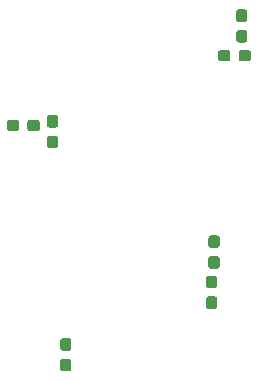
<source format=gbr>
G04 #@! TF.GenerationSoftware,KiCad,Pcbnew,(5.1.2-1)-1*
G04 #@! TF.CreationDate,2022-08-10T15:30:44-04:00*
G04 #@! TF.ProjectId,BassDrum_TR909,42617373-4472-4756-9d5f-54523930392e,rev?*
G04 #@! TF.SameCoordinates,Original*
G04 #@! TF.FileFunction,Paste,Bot*
G04 #@! TF.FilePolarity,Positive*
%FSLAX46Y46*%
G04 Gerber Fmt 4.6, Leading zero omitted, Abs format (unit mm)*
G04 Created by KiCad (PCBNEW (5.1.2-1)-1) date 2022-08-10 15:30:44*
%MOMM*%
%LPD*%
G04 APERTURE LIST*
%ADD10C,0.100000*%
%ADD11C,0.950000*%
G04 APERTURE END LIST*
D10*
G36*
X39990779Y-53271144D02*
G01*
X40013834Y-53274563D01*
X40036443Y-53280227D01*
X40058387Y-53288079D01*
X40079457Y-53298044D01*
X40099448Y-53310026D01*
X40118168Y-53323910D01*
X40135438Y-53339562D01*
X40151090Y-53356832D01*
X40164974Y-53375552D01*
X40176956Y-53395543D01*
X40186921Y-53416613D01*
X40194773Y-53438557D01*
X40200437Y-53461166D01*
X40203856Y-53484221D01*
X40205000Y-53507500D01*
X40205000Y-54082500D01*
X40203856Y-54105779D01*
X40200437Y-54128834D01*
X40194773Y-54151443D01*
X40186921Y-54173387D01*
X40176956Y-54194457D01*
X40164974Y-54214448D01*
X40151090Y-54233168D01*
X40135438Y-54250438D01*
X40118168Y-54266090D01*
X40099448Y-54279974D01*
X40079457Y-54291956D01*
X40058387Y-54301921D01*
X40036443Y-54309773D01*
X40013834Y-54315437D01*
X39990779Y-54318856D01*
X39967500Y-54320000D01*
X39492500Y-54320000D01*
X39469221Y-54318856D01*
X39446166Y-54315437D01*
X39423557Y-54309773D01*
X39401613Y-54301921D01*
X39380543Y-54291956D01*
X39360552Y-54279974D01*
X39341832Y-54266090D01*
X39324562Y-54250438D01*
X39308910Y-54233168D01*
X39295026Y-54214448D01*
X39283044Y-54194457D01*
X39273079Y-54173387D01*
X39265227Y-54151443D01*
X39259563Y-54128834D01*
X39256144Y-54105779D01*
X39255000Y-54082500D01*
X39255000Y-53507500D01*
X39256144Y-53484221D01*
X39259563Y-53461166D01*
X39265227Y-53438557D01*
X39273079Y-53416613D01*
X39283044Y-53395543D01*
X39295026Y-53375552D01*
X39308910Y-53356832D01*
X39324562Y-53339562D01*
X39341832Y-53323910D01*
X39360552Y-53310026D01*
X39380543Y-53298044D01*
X39401613Y-53288079D01*
X39423557Y-53280227D01*
X39446166Y-53274563D01*
X39469221Y-53271144D01*
X39492500Y-53270000D01*
X39967500Y-53270000D01*
X39990779Y-53271144D01*
X39990779Y-53271144D01*
G37*
D11*
X39730000Y-53795000D03*
D10*
G36*
X39990779Y-55021144D02*
G01*
X40013834Y-55024563D01*
X40036443Y-55030227D01*
X40058387Y-55038079D01*
X40079457Y-55048044D01*
X40099448Y-55060026D01*
X40118168Y-55073910D01*
X40135438Y-55089562D01*
X40151090Y-55106832D01*
X40164974Y-55125552D01*
X40176956Y-55145543D01*
X40186921Y-55166613D01*
X40194773Y-55188557D01*
X40200437Y-55211166D01*
X40203856Y-55234221D01*
X40205000Y-55257500D01*
X40205000Y-55832500D01*
X40203856Y-55855779D01*
X40200437Y-55878834D01*
X40194773Y-55901443D01*
X40186921Y-55923387D01*
X40176956Y-55944457D01*
X40164974Y-55964448D01*
X40151090Y-55983168D01*
X40135438Y-56000438D01*
X40118168Y-56016090D01*
X40099448Y-56029974D01*
X40079457Y-56041956D01*
X40058387Y-56051921D01*
X40036443Y-56059773D01*
X40013834Y-56065437D01*
X39990779Y-56068856D01*
X39967500Y-56070000D01*
X39492500Y-56070000D01*
X39469221Y-56068856D01*
X39446166Y-56065437D01*
X39423557Y-56059773D01*
X39401613Y-56051921D01*
X39380543Y-56041956D01*
X39360552Y-56029974D01*
X39341832Y-56016090D01*
X39324562Y-56000438D01*
X39308910Y-55983168D01*
X39295026Y-55964448D01*
X39283044Y-55944457D01*
X39273079Y-55923387D01*
X39265227Y-55901443D01*
X39259563Y-55878834D01*
X39256144Y-55855779D01*
X39255000Y-55832500D01*
X39255000Y-55257500D01*
X39256144Y-55234221D01*
X39259563Y-55211166D01*
X39265227Y-55188557D01*
X39273079Y-55166613D01*
X39283044Y-55145543D01*
X39295026Y-55125552D01*
X39308910Y-55106832D01*
X39324562Y-55089562D01*
X39341832Y-55073910D01*
X39360552Y-55060026D01*
X39380543Y-55048044D01*
X39401613Y-55038079D01*
X39423557Y-55030227D01*
X39446166Y-55024563D01*
X39469221Y-55021144D01*
X39492500Y-55020000D01*
X39967500Y-55020000D01*
X39990779Y-55021144D01*
X39990779Y-55021144D01*
G37*
D11*
X39730000Y-55545000D03*
D10*
G36*
X24765779Y-43476144D02*
G01*
X24788834Y-43479563D01*
X24811443Y-43485227D01*
X24833387Y-43493079D01*
X24854457Y-43503044D01*
X24874448Y-43515026D01*
X24893168Y-43528910D01*
X24910438Y-43544562D01*
X24926090Y-43561832D01*
X24939974Y-43580552D01*
X24951956Y-43600543D01*
X24961921Y-43621613D01*
X24969773Y-43643557D01*
X24975437Y-43666166D01*
X24978856Y-43689221D01*
X24980000Y-43712500D01*
X24980000Y-44187500D01*
X24978856Y-44210779D01*
X24975437Y-44233834D01*
X24969773Y-44256443D01*
X24961921Y-44278387D01*
X24951956Y-44299457D01*
X24939974Y-44319448D01*
X24926090Y-44338168D01*
X24910438Y-44355438D01*
X24893168Y-44371090D01*
X24874448Y-44384974D01*
X24854457Y-44396956D01*
X24833387Y-44406921D01*
X24811443Y-44414773D01*
X24788834Y-44420437D01*
X24765779Y-44423856D01*
X24742500Y-44425000D01*
X24167500Y-44425000D01*
X24144221Y-44423856D01*
X24121166Y-44420437D01*
X24098557Y-44414773D01*
X24076613Y-44406921D01*
X24055543Y-44396956D01*
X24035552Y-44384974D01*
X24016832Y-44371090D01*
X23999562Y-44355438D01*
X23983910Y-44338168D01*
X23970026Y-44319448D01*
X23958044Y-44299457D01*
X23948079Y-44278387D01*
X23940227Y-44256443D01*
X23934563Y-44233834D01*
X23931144Y-44210779D01*
X23930000Y-44187500D01*
X23930000Y-43712500D01*
X23931144Y-43689221D01*
X23934563Y-43666166D01*
X23940227Y-43643557D01*
X23948079Y-43621613D01*
X23958044Y-43600543D01*
X23970026Y-43580552D01*
X23983910Y-43561832D01*
X23999562Y-43544562D01*
X24016832Y-43528910D01*
X24035552Y-43515026D01*
X24055543Y-43503044D01*
X24076613Y-43493079D01*
X24098557Y-43485227D01*
X24121166Y-43479563D01*
X24144221Y-43476144D01*
X24167500Y-43475000D01*
X24742500Y-43475000D01*
X24765779Y-43476144D01*
X24765779Y-43476144D01*
G37*
D11*
X24455000Y-43950000D03*
D10*
G36*
X23015779Y-43476144D02*
G01*
X23038834Y-43479563D01*
X23061443Y-43485227D01*
X23083387Y-43493079D01*
X23104457Y-43503044D01*
X23124448Y-43515026D01*
X23143168Y-43528910D01*
X23160438Y-43544562D01*
X23176090Y-43561832D01*
X23189974Y-43580552D01*
X23201956Y-43600543D01*
X23211921Y-43621613D01*
X23219773Y-43643557D01*
X23225437Y-43666166D01*
X23228856Y-43689221D01*
X23230000Y-43712500D01*
X23230000Y-44187500D01*
X23228856Y-44210779D01*
X23225437Y-44233834D01*
X23219773Y-44256443D01*
X23211921Y-44278387D01*
X23201956Y-44299457D01*
X23189974Y-44319448D01*
X23176090Y-44338168D01*
X23160438Y-44355438D01*
X23143168Y-44371090D01*
X23124448Y-44384974D01*
X23104457Y-44396956D01*
X23083387Y-44406921D01*
X23061443Y-44414773D01*
X23038834Y-44420437D01*
X23015779Y-44423856D01*
X22992500Y-44425000D01*
X22417500Y-44425000D01*
X22394221Y-44423856D01*
X22371166Y-44420437D01*
X22348557Y-44414773D01*
X22326613Y-44406921D01*
X22305543Y-44396956D01*
X22285552Y-44384974D01*
X22266832Y-44371090D01*
X22249562Y-44355438D01*
X22233910Y-44338168D01*
X22220026Y-44319448D01*
X22208044Y-44299457D01*
X22198079Y-44278387D01*
X22190227Y-44256443D01*
X22184563Y-44233834D01*
X22181144Y-44210779D01*
X22180000Y-44187500D01*
X22180000Y-43712500D01*
X22181144Y-43689221D01*
X22184563Y-43666166D01*
X22190227Y-43643557D01*
X22198079Y-43621613D01*
X22208044Y-43600543D01*
X22220026Y-43580552D01*
X22233910Y-43561832D01*
X22249562Y-43544562D01*
X22266832Y-43528910D01*
X22285552Y-43515026D01*
X22305543Y-43503044D01*
X22326613Y-43493079D01*
X22348557Y-43485227D01*
X22371166Y-43479563D01*
X22394221Y-43476144D01*
X22417500Y-43475000D01*
X22992500Y-43475000D01*
X23015779Y-43476144D01*
X23015779Y-43476144D01*
G37*
D11*
X22705000Y-43950000D03*
D10*
G36*
X27430779Y-63721144D02*
G01*
X27453834Y-63724563D01*
X27476443Y-63730227D01*
X27498387Y-63738079D01*
X27519457Y-63748044D01*
X27539448Y-63760026D01*
X27558168Y-63773910D01*
X27575438Y-63789562D01*
X27591090Y-63806832D01*
X27604974Y-63825552D01*
X27616956Y-63845543D01*
X27626921Y-63866613D01*
X27634773Y-63888557D01*
X27640437Y-63911166D01*
X27643856Y-63934221D01*
X27645000Y-63957500D01*
X27645000Y-64532500D01*
X27643856Y-64555779D01*
X27640437Y-64578834D01*
X27634773Y-64601443D01*
X27626921Y-64623387D01*
X27616956Y-64644457D01*
X27604974Y-64664448D01*
X27591090Y-64683168D01*
X27575438Y-64700438D01*
X27558168Y-64716090D01*
X27539448Y-64729974D01*
X27519457Y-64741956D01*
X27498387Y-64751921D01*
X27476443Y-64759773D01*
X27453834Y-64765437D01*
X27430779Y-64768856D01*
X27407500Y-64770000D01*
X26932500Y-64770000D01*
X26909221Y-64768856D01*
X26886166Y-64765437D01*
X26863557Y-64759773D01*
X26841613Y-64751921D01*
X26820543Y-64741956D01*
X26800552Y-64729974D01*
X26781832Y-64716090D01*
X26764562Y-64700438D01*
X26748910Y-64683168D01*
X26735026Y-64664448D01*
X26723044Y-64644457D01*
X26713079Y-64623387D01*
X26705227Y-64601443D01*
X26699563Y-64578834D01*
X26696144Y-64555779D01*
X26695000Y-64532500D01*
X26695000Y-63957500D01*
X26696144Y-63934221D01*
X26699563Y-63911166D01*
X26705227Y-63888557D01*
X26713079Y-63866613D01*
X26723044Y-63845543D01*
X26735026Y-63825552D01*
X26748910Y-63806832D01*
X26764562Y-63789562D01*
X26781832Y-63773910D01*
X26800552Y-63760026D01*
X26820543Y-63748044D01*
X26841613Y-63738079D01*
X26863557Y-63730227D01*
X26886166Y-63724563D01*
X26909221Y-63721144D01*
X26932500Y-63720000D01*
X27407500Y-63720000D01*
X27430779Y-63721144D01*
X27430779Y-63721144D01*
G37*
D11*
X27170000Y-64245000D03*
D10*
G36*
X27430779Y-61971144D02*
G01*
X27453834Y-61974563D01*
X27476443Y-61980227D01*
X27498387Y-61988079D01*
X27519457Y-61998044D01*
X27539448Y-62010026D01*
X27558168Y-62023910D01*
X27575438Y-62039562D01*
X27591090Y-62056832D01*
X27604974Y-62075552D01*
X27616956Y-62095543D01*
X27626921Y-62116613D01*
X27634773Y-62138557D01*
X27640437Y-62161166D01*
X27643856Y-62184221D01*
X27645000Y-62207500D01*
X27645000Y-62782500D01*
X27643856Y-62805779D01*
X27640437Y-62828834D01*
X27634773Y-62851443D01*
X27626921Y-62873387D01*
X27616956Y-62894457D01*
X27604974Y-62914448D01*
X27591090Y-62933168D01*
X27575438Y-62950438D01*
X27558168Y-62966090D01*
X27539448Y-62979974D01*
X27519457Y-62991956D01*
X27498387Y-63001921D01*
X27476443Y-63009773D01*
X27453834Y-63015437D01*
X27430779Y-63018856D01*
X27407500Y-63020000D01*
X26932500Y-63020000D01*
X26909221Y-63018856D01*
X26886166Y-63015437D01*
X26863557Y-63009773D01*
X26841613Y-63001921D01*
X26820543Y-62991956D01*
X26800552Y-62979974D01*
X26781832Y-62966090D01*
X26764562Y-62950438D01*
X26748910Y-62933168D01*
X26735026Y-62914448D01*
X26723044Y-62894457D01*
X26713079Y-62873387D01*
X26705227Y-62851443D01*
X26699563Y-62828834D01*
X26696144Y-62805779D01*
X26695000Y-62782500D01*
X26695000Y-62207500D01*
X26696144Y-62184221D01*
X26699563Y-62161166D01*
X26705227Y-62138557D01*
X26713079Y-62116613D01*
X26723044Y-62095543D01*
X26735026Y-62075552D01*
X26748910Y-62056832D01*
X26764562Y-62039562D01*
X26781832Y-62023910D01*
X26800552Y-62010026D01*
X26820543Y-61998044D01*
X26841613Y-61988079D01*
X26863557Y-61980227D01*
X26886166Y-61974563D01*
X26909221Y-61971144D01*
X26932500Y-61970000D01*
X27407500Y-61970000D01*
X27430779Y-61971144D01*
X27430779Y-61971144D01*
G37*
D11*
X27170000Y-62495000D03*
D10*
G36*
X26310779Y-44831144D02*
G01*
X26333834Y-44834563D01*
X26356443Y-44840227D01*
X26378387Y-44848079D01*
X26399457Y-44858044D01*
X26419448Y-44870026D01*
X26438168Y-44883910D01*
X26455438Y-44899562D01*
X26471090Y-44916832D01*
X26484974Y-44935552D01*
X26496956Y-44955543D01*
X26506921Y-44976613D01*
X26514773Y-44998557D01*
X26520437Y-45021166D01*
X26523856Y-45044221D01*
X26525000Y-45067500D01*
X26525000Y-45642500D01*
X26523856Y-45665779D01*
X26520437Y-45688834D01*
X26514773Y-45711443D01*
X26506921Y-45733387D01*
X26496956Y-45754457D01*
X26484974Y-45774448D01*
X26471090Y-45793168D01*
X26455438Y-45810438D01*
X26438168Y-45826090D01*
X26419448Y-45839974D01*
X26399457Y-45851956D01*
X26378387Y-45861921D01*
X26356443Y-45869773D01*
X26333834Y-45875437D01*
X26310779Y-45878856D01*
X26287500Y-45880000D01*
X25812500Y-45880000D01*
X25789221Y-45878856D01*
X25766166Y-45875437D01*
X25743557Y-45869773D01*
X25721613Y-45861921D01*
X25700543Y-45851956D01*
X25680552Y-45839974D01*
X25661832Y-45826090D01*
X25644562Y-45810438D01*
X25628910Y-45793168D01*
X25615026Y-45774448D01*
X25603044Y-45754457D01*
X25593079Y-45733387D01*
X25585227Y-45711443D01*
X25579563Y-45688834D01*
X25576144Y-45665779D01*
X25575000Y-45642500D01*
X25575000Y-45067500D01*
X25576144Y-45044221D01*
X25579563Y-45021166D01*
X25585227Y-44998557D01*
X25593079Y-44976613D01*
X25603044Y-44955543D01*
X25615026Y-44935552D01*
X25628910Y-44916832D01*
X25644562Y-44899562D01*
X25661832Y-44883910D01*
X25680552Y-44870026D01*
X25700543Y-44858044D01*
X25721613Y-44848079D01*
X25743557Y-44840227D01*
X25766166Y-44834563D01*
X25789221Y-44831144D01*
X25812500Y-44830000D01*
X26287500Y-44830000D01*
X26310779Y-44831144D01*
X26310779Y-44831144D01*
G37*
D11*
X26050000Y-45355000D03*
D10*
G36*
X26310779Y-43081144D02*
G01*
X26333834Y-43084563D01*
X26356443Y-43090227D01*
X26378387Y-43098079D01*
X26399457Y-43108044D01*
X26419448Y-43120026D01*
X26438168Y-43133910D01*
X26455438Y-43149562D01*
X26471090Y-43166832D01*
X26484974Y-43185552D01*
X26496956Y-43205543D01*
X26506921Y-43226613D01*
X26514773Y-43248557D01*
X26520437Y-43271166D01*
X26523856Y-43294221D01*
X26525000Y-43317500D01*
X26525000Y-43892500D01*
X26523856Y-43915779D01*
X26520437Y-43938834D01*
X26514773Y-43961443D01*
X26506921Y-43983387D01*
X26496956Y-44004457D01*
X26484974Y-44024448D01*
X26471090Y-44043168D01*
X26455438Y-44060438D01*
X26438168Y-44076090D01*
X26419448Y-44089974D01*
X26399457Y-44101956D01*
X26378387Y-44111921D01*
X26356443Y-44119773D01*
X26333834Y-44125437D01*
X26310779Y-44128856D01*
X26287500Y-44130000D01*
X25812500Y-44130000D01*
X25789221Y-44128856D01*
X25766166Y-44125437D01*
X25743557Y-44119773D01*
X25721613Y-44111921D01*
X25700543Y-44101956D01*
X25680552Y-44089974D01*
X25661832Y-44076090D01*
X25644562Y-44060438D01*
X25628910Y-44043168D01*
X25615026Y-44024448D01*
X25603044Y-44004457D01*
X25593079Y-43983387D01*
X25585227Y-43961443D01*
X25579563Y-43938834D01*
X25576144Y-43915779D01*
X25575000Y-43892500D01*
X25575000Y-43317500D01*
X25576144Y-43294221D01*
X25579563Y-43271166D01*
X25585227Y-43248557D01*
X25593079Y-43226613D01*
X25603044Y-43205543D01*
X25615026Y-43185552D01*
X25628910Y-43166832D01*
X25644562Y-43149562D01*
X25661832Y-43133910D01*
X25680552Y-43120026D01*
X25700543Y-43108044D01*
X25721613Y-43098079D01*
X25743557Y-43090227D01*
X25766166Y-43084563D01*
X25789221Y-43081144D01*
X25812500Y-43080000D01*
X26287500Y-43080000D01*
X26310779Y-43081144D01*
X26310779Y-43081144D01*
G37*
D11*
X26050000Y-43605000D03*
D10*
G36*
X42330779Y-35881144D02*
G01*
X42353834Y-35884563D01*
X42376443Y-35890227D01*
X42398387Y-35898079D01*
X42419457Y-35908044D01*
X42439448Y-35920026D01*
X42458168Y-35933910D01*
X42475438Y-35949562D01*
X42491090Y-35966832D01*
X42504974Y-35985552D01*
X42516956Y-36005543D01*
X42526921Y-36026613D01*
X42534773Y-36048557D01*
X42540437Y-36071166D01*
X42543856Y-36094221D01*
X42545000Y-36117500D01*
X42545000Y-36692500D01*
X42543856Y-36715779D01*
X42540437Y-36738834D01*
X42534773Y-36761443D01*
X42526921Y-36783387D01*
X42516956Y-36804457D01*
X42504974Y-36824448D01*
X42491090Y-36843168D01*
X42475438Y-36860438D01*
X42458168Y-36876090D01*
X42439448Y-36889974D01*
X42419457Y-36901956D01*
X42398387Y-36911921D01*
X42376443Y-36919773D01*
X42353834Y-36925437D01*
X42330779Y-36928856D01*
X42307500Y-36930000D01*
X41832500Y-36930000D01*
X41809221Y-36928856D01*
X41786166Y-36925437D01*
X41763557Y-36919773D01*
X41741613Y-36911921D01*
X41720543Y-36901956D01*
X41700552Y-36889974D01*
X41681832Y-36876090D01*
X41664562Y-36860438D01*
X41648910Y-36843168D01*
X41635026Y-36824448D01*
X41623044Y-36804457D01*
X41613079Y-36783387D01*
X41605227Y-36761443D01*
X41599563Y-36738834D01*
X41596144Y-36715779D01*
X41595000Y-36692500D01*
X41595000Y-36117500D01*
X41596144Y-36094221D01*
X41599563Y-36071166D01*
X41605227Y-36048557D01*
X41613079Y-36026613D01*
X41623044Y-36005543D01*
X41635026Y-35985552D01*
X41648910Y-35966832D01*
X41664562Y-35949562D01*
X41681832Y-35933910D01*
X41700552Y-35920026D01*
X41720543Y-35908044D01*
X41741613Y-35898079D01*
X41763557Y-35890227D01*
X41786166Y-35884563D01*
X41809221Y-35881144D01*
X41832500Y-35880000D01*
X42307500Y-35880000D01*
X42330779Y-35881144D01*
X42330779Y-35881144D01*
G37*
D11*
X42070000Y-36405000D03*
D10*
G36*
X42330779Y-34131144D02*
G01*
X42353834Y-34134563D01*
X42376443Y-34140227D01*
X42398387Y-34148079D01*
X42419457Y-34158044D01*
X42439448Y-34170026D01*
X42458168Y-34183910D01*
X42475438Y-34199562D01*
X42491090Y-34216832D01*
X42504974Y-34235552D01*
X42516956Y-34255543D01*
X42526921Y-34276613D01*
X42534773Y-34298557D01*
X42540437Y-34321166D01*
X42543856Y-34344221D01*
X42545000Y-34367500D01*
X42545000Y-34942500D01*
X42543856Y-34965779D01*
X42540437Y-34988834D01*
X42534773Y-35011443D01*
X42526921Y-35033387D01*
X42516956Y-35054457D01*
X42504974Y-35074448D01*
X42491090Y-35093168D01*
X42475438Y-35110438D01*
X42458168Y-35126090D01*
X42439448Y-35139974D01*
X42419457Y-35151956D01*
X42398387Y-35161921D01*
X42376443Y-35169773D01*
X42353834Y-35175437D01*
X42330779Y-35178856D01*
X42307500Y-35180000D01*
X41832500Y-35180000D01*
X41809221Y-35178856D01*
X41786166Y-35175437D01*
X41763557Y-35169773D01*
X41741613Y-35161921D01*
X41720543Y-35151956D01*
X41700552Y-35139974D01*
X41681832Y-35126090D01*
X41664562Y-35110438D01*
X41648910Y-35093168D01*
X41635026Y-35074448D01*
X41623044Y-35054457D01*
X41613079Y-35033387D01*
X41605227Y-35011443D01*
X41599563Y-34988834D01*
X41596144Y-34965779D01*
X41595000Y-34942500D01*
X41595000Y-34367500D01*
X41596144Y-34344221D01*
X41599563Y-34321166D01*
X41605227Y-34298557D01*
X41613079Y-34276613D01*
X41623044Y-34255543D01*
X41635026Y-34235552D01*
X41648910Y-34216832D01*
X41664562Y-34199562D01*
X41681832Y-34183910D01*
X41700552Y-34170026D01*
X41720543Y-34158044D01*
X41741613Y-34148079D01*
X41763557Y-34140227D01*
X41786166Y-34134563D01*
X41809221Y-34131144D01*
X41832500Y-34130000D01*
X42307500Y-34130000D01*
X42330779Y-34131144D01*
X42330779Y-34131144D01*
G37*
D11*
X42070000Y-34655000D03*
D10*
G36*
X40895779Y-37586144D02*
G01*
X40918834Y-37589563D01*
X40941443Y-37595227D01*
X40963387Y-37603079D01*
X40984457Y-37613044D01*
X41004448Y-37625026D01*
X41023168Y-37638910D01*
X41040438Y-37654562D01*
X41056090Y-37671832D01*
X41069974Y-37690552D01*
X41081956Y-37710543D01*
X41091921Y-37731613D01*
X41099773Y-37753557D01*
X41105437Y-37776166D01*
X41108856Y-37799221D01*
X41110000Y-37822500D01*
X41110000Y-38297500D01*
X41108856Y-38320779D01*
X41105437Y-38343834D01*
X41099773Y-38366443D01*
X41091921Y-38388387D01*
X41081956Y-38409457D01*
X41069974Y-38429448D01*
X41056090Y-38448168D01*
X41040438Y-38465438D01*
X41023168Y-38481090D01*
X41004448Y-38494974D01*
X40984457Y-38506956D01*
X40963387Y-38516921D01*
X40941443Y-38524773D01*
X40918834Y-38530437D01*
X40895779Y-38533856D01*
X40872500Y-38535000D01*
X40297500Y-38535000D01*
X40274221Y-38533856D01*
X40251166Y-38530437D01*
X40228557Y-38524773D01*
X40206613Y-38516921D01*
X40185543Y-38506956D01*
X40165552Y-38494974D01*
X40146832Y-38481090D01*
X40129562Y-38465438D01*
X40113910Y-38448168D01*
X40100026Y-38429448D01*
X40088044Y-38409457D01*
X40078079Y-38388387D01*
X40070227Y-38366443D01*
X40064563Y-38343834D01*
X40061144Y-38320779D01*
X40060000Y-38297500D01*
X40060000Y-37822500D01*
X40061144Y-37799221D01*
X40064563Y-37776166D01*
X40070227Y-37753557D01*
X40078079Y-37731613D01*
X40088044Y-37710543D01*
X40100026Y-37690552D01*
X40113910Y-37671832D01*
X40129562Y-37654562D01*
X40146832Y-37638910D01*
X40165552Y-37625026D01*
X40185543Y-37613044D01*
X40206613Y-37603079D01*
X40228557Y-37595227D01*
X40251166Y-37589563D01*
X40274221Y-37586144D01*
X40297500Y-37585000D01*
X40872500Y-37585000D01*
X40895779Y-37586144D01*
X40895779Y-37586144D01*
G37*
D11*
X40585000Y-38060000D03*
D10*
G36*
X42645779Y-37586144D02*
G01*
X42668834Y-37589563D01*
X42691443Y-37595227D01*
X42713387Y-37603079D01*
X42734457Y-37613044D01*
X42754448Y-37625026D01*
X42773168Y-37638910D01*
X42790438Y-37654562D01*
X42806090Y-37671832D01*
X42819974Y-37690552D01*
X42831956Y-37710543D01*
X42841921Y-37731613D01*
X42849773Y-37753557D01*
X42855437Y-37776166D01*
X42858856Y-37799221D01*
X42860000Y-37822500D01*
X42860000Y-38297500D01*
X42858856Y-38320779D01*
X42855437Y-38343834D01*
X42849773Y-38366443D01*
X42841921Y-38388387D01*
X42831956Y-38409457D01*
X42819974Y-38429448D01*
X42806090Y-38448168D01*
X42790438Y-38465438D01*
X42773168Y-38481090D01*
X42754448Y-38494974D01*
X42734457Y-38506956D01*
X42713387Y-38516921D01*
X42691443Y-38524773D01*
X42668834Y-38530437D01*
X42645779Y-38533856D01*
X42622500Y-38535000D01*
X42047500Y-38535000D01*
X42024221Y-38533856D01*
X42001166Y-38530437D01*
X41978557Y-38524773D01*
X41956613Y-38516921D01*
X41935543Y-38506956D01*
X41915552Y-38494974D01*
X41896832Y-38481090D01*
X41879562Y-38465438D01*
X41863910Y-38448168D01*
X41850026Y-38429448D01*
X41838044Y-38409457D01*
X41828079Y-38388387D01*
X41820227Y-38366443D01*
X41814563Y-38343834D01*
X41811144Y-38320779D01*
X41810000Y-38297500D01*
X41810000Y-37822500D01*
X41811144Y-37799221D01*
X41814563Y-37776166D01*
X41820227Y-37753557D01*
X41828079Y-37731613D01*
X41838044Y-37710543D01*
X41850026Y-37690552D01*
X41863910Y-37671832D01*
X41879562Y-37654562D01*
X41896832Y-37638910D01*
X41915552Y-37625026D01*
X41935543Y-37613044D01*
X41956613Y-37603079D01*
X41978557Y-37595227D01*
X42001166Y-37589563D01*
X42024221Y-37586144D01*
X42047500Y-37585000D01*
X42622500Y-37585000D01*
X42645779Y-37586144D01*
X42645779Y-37586144D01*
G37*
D11*
X42335000Y-38060000D03*
D10*
G36*
X39790779Y-58431144D02*
G01*
X39813834Y-58434563D01*
X39836443Y-58440227D01*
X39858387Y-58448079D01*
X39879457Y-58458044D01*
X39899448Y-58470026D01*
X39918168Y-58483910D01*
X39935438Y-58499562D01*
X39951090Y-58516832D01*
X39964974Y-58535552D01*
X39976956Y-58555543D01*
X39986921Y-58576613D01*
X39994773Y-58598557D01*
X40000437Y-58621166D01*
X40003856Y-58644221D01*
X40005000Y-58667500D01*
X40005000Y-59242500D01*
X40003856Y-59265779D01*
X40000437Y-59288834D01*
X39994773Y-59311443D01*
X39986921Y-59333387D01*
X39976956Y-59354457D01*
X39964974Y-59374448D01*
X39951090Y-59393168D01*
X39935438Y-59410438D01*
X39918168Y-59426090D01*
X39899448Y-59439974D01*
X39879457Y-59451956D01*
X39858387Y-59461921D01*
X39836443Y-59469773D01*
X39813834Y-59475437D01*
X39790779Y-59478856D01*
X39767500Y-59480000D01*
X39292500Y-59480000D01*
X39269221Y-59478856D01*
X39246166Y-59475437D01*
X39223557Y-59469773D01*
X39201613Y-59461921D01*
X39180543Y-59451956D01*
X39160552Y-59439974D01*
X39141832Y-59426090D01*
X39124562Y-59410438D01*
X39108910Y-59393168D01*
X39095026Y-59374448D01*
X39083044Y-59354457D01*
X39073079Y-59333387D01*
X39065227Y-59311443D01*
X39059563Y-59288834D01*
X39056144Y-59265779D01*
X39055000Y-59242500D01*
X39055000Y-58667500D01*
X39056144Y-58644221D01*
X39059563Y-58621166D01*
X39065227Y-58598557D01*
X39073079Y-58576613D01*
X39083044Y-58555543D01*
X39095026Y-58535552D01*
X39108910Y-58516832D01*
X39124562Y-58499562D01*
X39141832Y-58483910D01*
X39160552Y-58470026D01*
X39180543Y-58458044D01*
X39201613Y-58448079D01*
X39223557Y-58440227D01*
X39246166Y-58434563D01*
X39269221Y-58431144D01*
X39292500Y-58430000D01*
X39767500Y-58430000D01*
X39790779Y-58431144D01*
X39790779Y-58431144D01*
G37*
D11*
X39530000Y-58955000D03*
D10*
G36*
X39790779Y-56681144D02*
G01*
X39813834Y-56684563D01*
X39836443Y-56690227D01*
X39858387Y-56698079D01*
X39879457Y-56708044D01*
X39899448Y-56720026D01*
X39918168Y-56733910D01*
X39935438Y-56749562D01*
X39951090Y-56766832D01*
X39964974Y-56785552D01*
X39976956Y-56805543D01*
X39986921Y-56826613D01*
X39994773Y-56848557D01*
X40000437Y-56871166D01*
X40003856Y-56894221D01*
X40005000Y-56917500D01*
X40005000Y-57492500D01*
X40003856Y-57515779D01*
X40000437Y-57538834D01*
X39994773Y-57561443D01*
X39986921Y-57583387D01*
X39976956Y-57604457D01*
X39964974Y-57624448D01*
X39951090Y-57643168D01*
X39935438Y-57660438D01*
X39918168Y-57676090D01*
X39899448Y-57689974D01*
X39879457Y-57701956D01*
X39858387Y-57711921D01*
X39836443Y-57719773D01*
X39813834Y-57725437D01*
X39790779Y-57728856D01*
X39767500Y-57730000D01*
X39292500Y-57730000D01*
X39269221Y-57728856D01*
X39246166Y-57725437D01*
X39223557Y-57719773D01*
X39201613Y-57711921D01*
X39180543Y-57701956D01*
X39160552Y-57689974D01*
X39141832Y-57676090D01*
X39124562Y-57660438D01*
X39108910Y-57643168D01*
X39095026Y-57624448D01*
X39083044Y-57604457D01*
X39073079Y-57583387D01*
X39065227Y-57561443D01*
X39059563Y-57538834D01*
X39056144Y-57515779D01*
X39055000Y-57492500D01*
X39055000Y-56917500D01*
X39056144Y-56894221D01*
X39059563Y-56871166D01*
X39065227Y-56848557D01*
X39073079Y-56826613D01*
X39083044Y-56805543D01*
X39095026Y-56785552D01*
X39108910Y-56766832D01*
X39124562Y-56749562D01*
X39141832Y-56733910D01*
X39160552Y-56720026D01*
X39180543Y-56708044D01*
X39201613Y-56698079D01*
X39223557Y-56690227D01*
X39246166Y-56684563D01*
X39269221Y-56681144D01*
X39292500Y-56680000D01*
X39767500Y-56680000D01*
X39790779Y-56681144D01*
X39790779Y-56681144D01*
G37*
D11*
X39530000Y-57205000D03*
M02*

</source>
